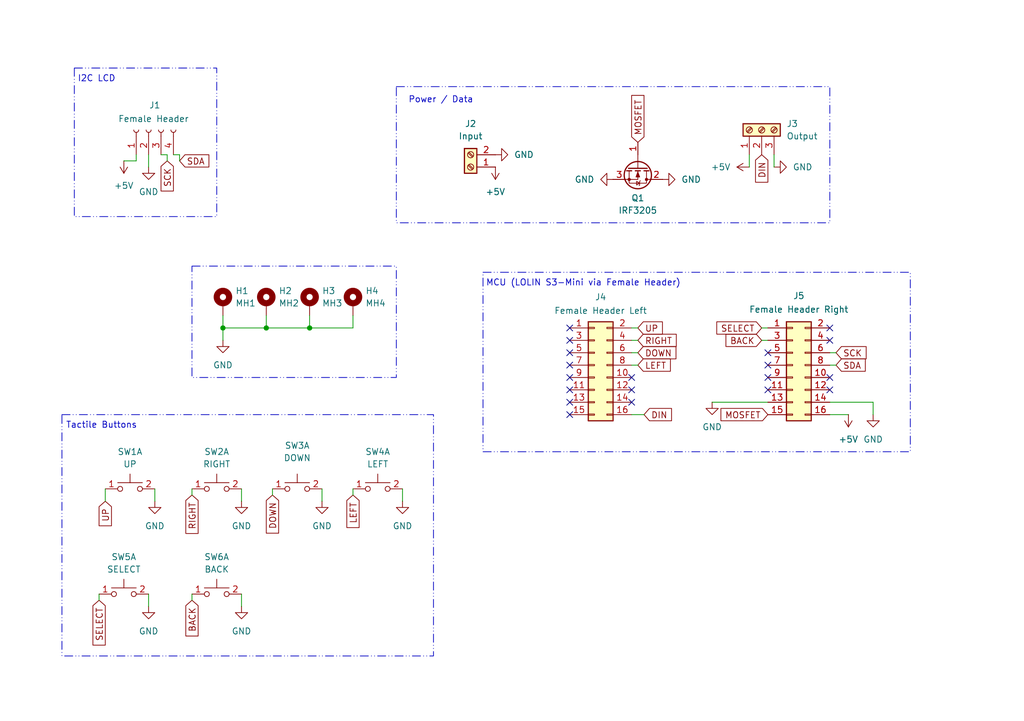
<source format=kicad_sch>
(kicad_sch (version 20231120) (generator "eeschema") (generator_version "8.0")
  (paper "A5")
  (title_block (title "System Control") (date "xx.xx.2024") (rev "MK1.1") (company "Peter Siegmund (mars3142)") (comment 1 "System Control Board for model railway"))
  (lib_symbols
    (symbol "Conn_02x08_Counter_Clockwise_1" (pin_names (offset 1.016) hide)
      (property "Reference" "J4" (at 1.27 13.97 0))
      (property "Value" "Female Header Left" (at 1.27 11.43 0))
      (symbol "Conn_02x08_Counter_Clockwise_1_1_1"
        (rectangle (start -2.54 -10.033) (end -1.27 -10.287) (stroke (width 0.1524)))
        (rectangle (start -2.54 -7.493) (end -1.27 -7.747) (stroke (width 0.1524)))
        (rectangle (start -2.54 -4.953) (end -1.27 -5.207) (stroke (width 0.1524)))
        (rectangle (start -2.54 -2.413) (end -1.27 -2.667) (stroke (width 0.1524)))
        (rectangle (start -2.54 0.127) (end -1.27 -0.127) (stroke (width 0.1524)))
        (rectangle (start -2.54 2.667) (end -1.27 2.413) (stroke (width 0.1524)))
        (rectangle (start -2.54 5.207) (end -1.27 4.953) (stroke (width 0.1524)))
        (rectangle (start -2.54 7.747) (end -1.27 7.493) (stroke (width 0.1524)))
        (rectangle (start -2.54 8.89) (end 2.54 -11.43) (stroke (width 0.254)) (fill (type background)))
        (rectangle (start 2.54 -10.033) (end 1.27 -10.287) (stroke (width 0.1524)))
        (rectangle (start 2.54 -7.493) (end 1.27 -7.747) (stroke (width 0.1524)))
        (rectangle (start 2.54 -4.953) (end 1.27 -5.207) (stroke (width 0.1524)))
        (rectangle (start 2.54 -2.413) (end 1.27 -2.667) (stroke (width 0.1524)))
        (rectangle (start 2.54 0.127) (end 1.27 -0.127) (stroke (width 0.1524)))
        (rectangle (start 2.54 2.667) (end 1.27 2.413) (stroke (width 0.1524)))
        (rectangle (start 2.54 5.207) (end 1.27 4.953) (stroke (width 0.1524)))
        (rectangle (start 2.54 7.747) (end 1.27 7.493) (stroke (width 0.1524)))
        (pin passive line (at -6.35 7.62 0) (length 3.81) (name "EN") (number "1"))
        (pin passive line (at 6.35 -2.54 180) (length 3.81) (name "GPIO7") (number "10"))
        (pin passive line (at -6.35 -5.08 0) (length 3.81) (name "GPIO11") (number "11"))
        (pin passive line (at 6.35 -5.08 180) (length 3.81) (name "GPIO8") (number "12"))
        (pin passive line (at -6.35 -7.62 0) (length 3.81) (name "GPIO10") (number "13"))
        (pin passive line (at 6.35 -7.62 180) (length 3.81) (name "GPIO9") (number "14"))
        (pin passive line (at -6.35 -10.16 0) (length 3.81) (name "3V3") (number "15"))
        (pin passive line (at 6.35 -10.16 180) (length 3.81) (name "GPIO14") (number "16"))
        (pin passive line (at 6.35 7.62 180) (length 3.81) (name "GPIO1") (number "2"))
        (pin passive line (at -6.35 5.08 0) (length 3.81) (name "GPIO2") (number "3"))
        (pin passive line (at 6.35 5.08 180) (length 3.81) (name "GPIO4") (number "4"))
        (pin passive line (at -6.35 2.54 0) (length 3.81) (name "GPIO4") (number "5"))
        (pin passive line (at 6.35 2.54 180) (length 3.81) (name "GPIO5") (number "6"))
        (pin passive line (at -6.35 0 0) (length 3.81) (name "GPIO12") (number "7"))
        (pin passive line (at 6.35 0 180) (length 3.81) (name "GPIO6") (number "8"))
        (pin passive line (at -6.35 -2.54 0) (length 3.81) (name "GPIO13") (number "9"))
      )
    )
    (symbol "Connector:Conn_01x04_Socket" (pin_names (offset 1.016) hide)
      (property "Reference" "J" (at 0 5.08 0))
      (property "Value" "Conn_01x04_Socket" (at 0 -7.62 0))
      (symbol "Conn_01x04_Socket_1_1"
        (arc (start 0 -4.572) (mid -0.5058 -5.08) (end 0 -5.588) (stroke (width 0.1524)))
        (arc (start 0 -2.032) (mid -0.5058 -2.54) (end 0 -3.048) (stroke (width 0.1524)))
        (polyline (pts (xy -1.27 -5.08) (xy -0.508 -5.08)) (stroke (width 0.1524)))
        (polyline (pts (xy -1.27 -2.54) (xy -0.508 -2.54)) (stroke (width 0.1524)))
        (polyline (pts (xy -1.27 0) (xy -0.508 0)) (stroke (width 0.1524)))
        (polyline (pts (xy -1.27 2.54) (xy -0.508 2.54)) (stroke (width 0.1524)))
        (arc (start 0 0.508) (mid -0.5058 0) (end 0 -0.508) (stroke (width 0.1524)))
        (arc (start 0 3.048) (mid -0.5058 2.54) (end 0 2.032) (stroke (width 0.1524)))
        (pin passive line (at -5.08 2.54 0) (length 3.81) (name "Pin_1") (number "1"))
        (pin passive line (at -5.08 0 0) (length 3.81) (name "Pin_2") (number "2"))
        (pin passive line (at -5.08 -2.54 0) (length 3.81) (name "Pin_3") (number "3"))
        (pin passive line (at -5.08 -5.08 0) (length 3.81) (name "Pin_4") (number "4"))
      )
    )
    (symbol "Connector:Screw_Terminal_01x02" (pin_names (offset 1.016) hide)
      (property "Reference" "J" (at 0 2.54 0))
      (property "Value" "Screw_Terminal_01x02" (at 0 -5.08 0))
      (symbol "Screw_Terminal_01x02_1_1"
        (rectangle (start -1.27 1.27) (end 1.27 -3.81) (stroke (width 0.254)) (fill (type background)))
        (circle (center 0 -2.54) (radius 0.635) (stroke (width 0.1524)))
        (polyline (pts (xy -0.5334 -2.2098) (xy 0.3302 -3.048)) (stroke (width 0.1524)))
        (polyline (pts (xy -0.5334 0.3302) (xy 0.3302 -0.508)) (stroke (width 0.1524)))
        (polyline (pts (xy -0.3556 -2.032) (xy 0.508 -2.8702)) (stroke (width 0.1524)))
        (polyline (pts (xy -0.3556 0.508) (xy 0.508 -0.3302)) (stroke (width 0.1524)))
        (circle (center 0 0) (radius 0.635) (stroke (width 0.1524)))
        (pin passive line (at -5.08 0 0) (length 3.81) (name "Pin_1") (number "1"))
        (pin passive line (at -5.08 -2.54 0) (length 3.81) (name "Pin_2") (number "2"))
      )
    )
    (symbol "Connector:Screw_Terminal_01x03" (pin_names (offset 1.016) hide)
      (property "Reference" "J" (at 0 5.08 0))
      (property "Value" "Screw_Terminal_01x03" (at 0 -5.08 0))
      (symbol "Screw_Terminal_01x03_1_1"
        (rectangle (start -1.27 3.81) (end 1.27 -3.81) (stroke (width 0.254)) (fill (type background)))
        (circle (center 0 -2.54) (radius 0.635) (stroke (width 0.1524)))
        (polyline (pts (xy -0.5334 -2.2098) (xy 0.3302 -3.048)) (stroke (width 0.1524)))
        (polyline (pts (xy -0.5334 0.3302) (xy 0.3302 -0.508)) (stroke (width 0.1524)))
        (polyline (pts (xy -0.5334 2.8702) (xy 0.3302 2.032)) (stroke (width 0.1524)))
        (polyline (pts (xy -0.3556 -2.032) (xy 0.508 -2.8702)) (stroke (width 0.1524)))
        (polyline (pts (xy -0.3556 0.508) (xy 0.508 -0.3302)) (stroke (width 0.1524)))
        (polyline (pts (xy -0.3556 3.048) (xy 0.508 2.2098)) (stroke (width 0.1524)))
        (circle (center 0 0) (radius 0.635) (stroke (width 0.1524)))
        (circle (center 0 2.54) (radius 0.635) (stroke (width 0.1524)))
        (pin passive line (at -5.08 2.54 0) (length 3.81) (name "Pin_1") (number "1"))
        (pin passive line (at -5.08 0 0) (length 3.81) (name "Pin_2") (number "2"))
        (pin passive line (at -5.08 -2.54 0) (length 3.81) (name "Pin_3") (number "3"))
      )
    )
    (symbol "Connector_Generic:Conn_02x08_Counter_Clockwise" (pin_names (offset 1.016) hide)
      (property "Reference" "J5" (at 1.27 13.97 0))
      (property "Value" "Female Header Right" (at 1.27 11.43 0))
      (symbol "Conn_02x08_Counter_Clockwise_1_1"
        (rectangle (start -2.54 -10.033) (end -1.27 -10.287) (stroke (width 0.1524)))
        (rectangle (start -2.54 -7.493) (end -1.27 -7.747) (stroke (width 0.1524)))
        (rectangle (start -2.54 -4.953) (end -1.27 -5.207) (stroke (width 0.1524)))
        (rectangle (start -2.54 -2.413) (end -1.27 -2.667) (stroke (width 0.1524)))
        (rectangle (start -2.54 0.127) (end -1.27 -0.127) (stroke (width 0.1524)))
        (rectangle (start -2.54 2.667) (end -1.27 2.413) (stroke (width 0.1524)))
        (rectangle (start -2.54 5.207) (end -1.27 4.953) (stroke (width 0.1524)))
        (rectangle (start -2.54 7.747) (end -1.27 7.493) (stroke (width 0.1524)))
        (rectangle (start -2.54 8.89) (end 2.54 -11.43) (stroke (width 0.254)) (fill (type background)))
        (rectangle (start 2.54 -10.033) (end 1.27 -10.287) (stroke (width 0.1524)))
        (rectangle (start 2.54 -7.493) (end 1.27 -7.747) (stroke (width 0.1524)))
        (rectangle (start 2.54 -4.953) (end 1.27 -5.207) (stroke (width 0.1524)))
        (rectangle (start 2.54 -2.413) (end 1.27 -2.667) (stroke (width 0.1524)))
        (rectangle (start 2.54 0.127) (end 1.27 -0.127) (stroke (width 0.1524)))
        (rectangle (start 2.54 2.667) (end 1.27 2.413) (stroke (width 0.1524)))
        (rectangle (start 2.54 5.207) (end 1.27 4.953) (stroke (width 0.1524)))
        (rectangle (start 2.54 7.747) (end 1.27 7.493) (stroke (width 0.1524)))
        (pin passive line (at -6.35 7.62 0) (length 3.81) (name "GPIO33") (number "1"))
        (pin passive line (at 6.35 -2.54 180) (length 3.81) (name "GPIO18") (number "10"))
        (pin passive line (at -6.35 -5.08 0) (length 3.81) (name "GPIO17") (number "11"))
        (pin passive line (at 6.35 -5.08 180) (length 3.81) (name "GPIO16") (number "12"))
        (pin passive line (at -6.35 -7.62 0) (length 3.81) (name "GND") (number "13"))
        (pin passive line (at 6.35 -7.62 180) (length 3.81) (name "GND") (number "14"))
        (pin passive line (at -6.35 -10.16 0) (length 3.81) (name "GPIO15") (number "15"))
        (pin passive line (at 6.35 -10.16 180) (length 3.81) (name "VBUS") (number "16"))
        (pin passive line (at 6.35 7.62 180) (length 3.81) (name "GPIO43") (number "2"))
        (pin passive line (at -6.35 5.08 0) (length 3.81) (name "GPIO37") (number "3"))
        (pin passive line (at 6.35 5.08 180) (length 3.81) (name "GPIO44") (number "4"))
        (pin passive line (at -6.35 2.54 0) (length 3.81) (name "GPIO38") (number "5"))
        (pin passive line (at 6.35 2.54 180) (length 3.81) (name "GPIO36") (number "6"))
        (pin passive line (at -6.35 0 0) (length 3.81) (name "GPIO34") (number "7"))
        (pin passive line (at 6.35 0 180) (length 3.81) (name "GPIO35") (number "8"))
        (pin passive line (at -6.35 -2.54 0) (length 3.81) (name "GPIO21") (number "9"))
      )
    )
    (symbol "Mechanical:MountingHole_Pad" (pin_numbers hide) (pin_names (offset 1.016) hide) (exclude_from_sim yes) (in_bom no)
      (property "Reference" "H" (at 0 6.35 0))
      (property "Value" "MountingHole_Pad" (at 0 4.445 0))
      (symbol "MountingHole_Pad_0_1"
        (circle (center 0 1.27) (radius 1.27) (stroke (width 1.27)))
      )
      (symbol "MountingHole_Pad_1_1"
        (pin input line (at 0 -2.54 90) (length 2.54) (name "1") (number "1"))
      )
    )
    (symbol "Switch:SW_Push_Dual_x2" (pin_names (offset 1.016) hide)
      (property "Reference" "SW" (at 1.27 2.54 0))
      (property "Value" "SW_Push_Dual_x2" (at 0 -1.524 0))
      (symbol "SW_Push_Dual_x2_0_1"
        (circle (center -2.032 0) (radius 0.508))
        (polyline (pts (xy 0 1.27) (xy 0 3.048)))
        (polyline (pts (xy 2.54 1.27) (xy -2.54 1.27)))
        (circle (center 2.032 0) (radius 0.508))
      )
      (symbol "SW_Push_Dual_x2_1_1"
        (pin passive line (at -5.08 0 0) (length 2.54) (name "C") (number "1"))
        (pin passive line (at 5.08 0 180) (length 2.54) (name "D") (number "2"))
      )
      (symbol "SW_Push_Dual_x2_2_1"
        (pin passive line (at -5.08 0 0) (length 2.54) (name "C") (number "3"))
        (pin passive line (at 5.08 0 180) (length 2.54) (name "D") (number "4"))
      )
    )
    (symbol "Transistor_FET:IRF3205" (pin_names hide)
      (property "Reference" "Q" (at 5.08 1.905 0))
      (property "Value" "IRF3205" (at 5.08 0 0))
      (symbol "IRF3205_0_1"
        (polyline (pts (xy 0.254 0) (xy -2.54 0)))
        (polyline (pts (xy 0.254 1.905) (xy 0.254 -1.905)) (stroke (width 0.254)))
        (polyline (pts (xy 0.762 -1.27) (xy 0.762 -2.286)) (stroke (width 0.254)))
        (polyline (pts (xy 0.762 0.508) (xy 0.762 -0.508)) (stroke (width 0.254)))
        (polyline (pts (xy 0.762 2.286) (xy 0.762 1.27)) (stroke (width 0.254)))
        (polyline (pts (xy 2.54 2.54) (xy 2.54 1.778)))
        (polyline (pts (xy 2.54 -2.54) (xy 2.54 0) (xy 0.762 0)))
        (polyline (pts (xy 0.762 -1.778) (xy 3.302 -1.778) (xy 3.302 1.778) (xy 0.762 1.778)))
        (polyline (pts (xy 1.016 0) (xy 2.032 0.381) (xy 2.032 -0.381) (xy 1.016 0)) (fill (type outline)))
        (polyline (pts (xy 2.794 0.508) (xy 2.921 0.381) (xy 3.683 0.381) (xy 3.81 0.254)))
        (polyline (pts (xy 3.302 0.381) (xy 2.921 -0.254) (xy 3.683 -0.254) (xy 3.302 0.381)))
        (circle (center 1.651 0) (radius 2.794) (stroke (width 0.254)))
        (circle (center 2.54 -1.778) (radius 0.254) (fill (type outline)))
        (circle (center 2.54 1.778) (radius 0.254) (fill (type outline)))
      )
      (symbol "IRF3205_1_1"
        (pin input line (at -5.08 0 0) (length 2.54) (name "G") (number "1"))
        (pin passive line (at 2.54 5.08 270) (length 2.54) (name "D") (number "2"))
        (pin passive line (at 2.54 -5.08 90) (length 2.54) (name "S") (number "3"))
      )
    )
    (symbol "power:+5V" (power) (pin_numbers hide) (pin_names (offset 0) hide)
      (property "Value" "+5V" (at 0 3.556 0))
      (symbol "+5V_0_1"
        (polyline (pts (xy -0.762 1.27) (xy 0 2.54)))
        (polyline (pts (xy 0 0) (xy 0 2.54)))
        (polyline (pts (xy 0 2.54) (xy 0.762 1.27)))
      )
      (symbol "+5V_1_1"
        (pin power_in line (at 0 0 90) (length 0) (name "~") (number "1"))
      )
    )
    (symbol "power:GND" (power) (pin_numbers hide) (pin_names (offset 0) hide)
      (property "Value" "GND" (at 0 -3.81 0))
      (symbol "GND_0_1"
        (polyline (pts (xy 0 0) (xy 0 -1.27) (xy 1.27 -1.27) (xy 0 -2.54) (xy -1.27 -1.27) (xy 0 -1.27)))
      )
      (symbol "GND_1_1"
        (pin power_in line (at 0 0 270) (length 0) (name "~") (number "1"))
      )
    )
  )
  (junction (at 45.72 67.31))
  (junction (at 63.5 67.31))
  (junction (at 54.61 67.31))
  (no_connect (at 116.84 80.01))
  (no_connect (at 116.84 85.09))
  (no_connect (at 157.48 80.01))
  (no_connect (at 170.18 67.31))
  (no_connect (at 170.18 80.01))
  (no_connect (at 116.84 82.55))
  (no_connect (at 157.48 74.93))
  (no_connect (at 157.48 72.39))
  (no_connect (at 116.84 72.39))
  (no_connect (at 116.84 77.47))
  (no_connect (at 116.84 69.85))
  (no_connect (at 170.18 69.85))
  (no_connect (at 116.84 67.31))
  (no_connect (at 129.54 82.55))
  (no_connect (at 129.54 80.01))
  (no_connect (at 116.84 74.93))
  (no_connect (at 157.48 77.47))
  (no_connect (at 170.18 77.47))
  (no_connect (at 129.54 77.47))
  (wire (pts (xy 171.45 72.39) (xy 170.18 72.39)))
  (wire (pts (xy 54.61 67.31) (xy 63.5 67.31)))
  (wire (pts (xy 25.4 33.02) (xy 27.94 33.02)))
  (wire (pts (xy 33.02 31.75) (xy 34.29 31.75)))
  (wire (pts (xy 171.45 74.93) (xy 170.18 74.93)))
  (wire (pts (xy 156.21 67.31) (xy 157.48 67.31)))
  (wire (pts (xy 130.81 72.39) (xy 129.54 72.39)))
  (wire (pts (xy 36.83 31.75) (xy 36.83 33.02)))
  (wire (pts (xy 130.81 67.31) (xy 129.54 67.31)))
  (wire (pts (xy 153.67 31.75) (xy 153.67 34.29)))
  (wire (pts (xy 30.48 124.46) (xy 30.48 121.92)))
  (wire (pts (xy 54.61 64.77) (xy 54.61 67.31)))
  (wire (pts (xy 20.32 123.19) (xy 20.32 121.92)))
  (wire (pts (xy 21.59 102.87) (xy 21.59 100.33)))
  (wire (pts (xy 130.81 69.85) (xy 129.54 69.85)))
  (wire (pts (xy 63.5 64.77) (xy 63.5 67.31)))
  (wire (pts (xy 146.05 82.55) (xy 157.48 82.55)))
  (wire (pts (xy 72.39 101.6) (xy 72.39 100.33)))
  (wire (pts (xy 45.72 67.31) (xy 54.61 67.31)))
  (wire (pts (xy 55.88 101.6) (xy 55.88 100.33)))
  (wire (pts (xy 129.54 74.93) (xy 130.81 74.93)))
  (wire (pts (xy 39.37 123.19) (xy 39.37 121.92)))
  (wire (pts (xy 179.07 85.09) (xy 179.07 82.55)))
  (wire (pts (xy 72.39 64.77) (xy 72.39 67.31)))
  (wire (pts (xy 179.07 82.55) (xy 170.18 82.55)))
  (wire (pts (xy 158.75 31.75) (xy 158.75 34.29)))
  (wire (pts (xy 27.94 31.75) (xy 27.94 33.02)))
  (wire (pts (xy 132.08 85.09) (xy 129.54 85.09)))
  (wire (pts (xy 173.99 85.09) (xy 170.18 85.09)))
  (wire (pts (xy 49.53 124.46) (xy 49.53 121.92)))
  (wire (pts (xy 45.72 64.77) (xy 45.72 67.31)))
  (wire (pts (xy 156.21 69.85) (xy 157.48 69.85)))
  (wire (pts (xy 31.75 102.87) (xy 31.75 100.33)))
  (wire (pts (xy 45.72 67.31) (xy 45.72 69.85)))
  (wire (pts (xy 34.29 31.75) (xy 34.29 33.02)))
  (wire (pts (xy 66.04 102.87) (xy 66.04 100.33)))
  (wire (pts (xy 35.56 31.75) (xy 36.83 31.75)))
  (wire (pts (xy 63.5 67.31) (xy 72.39 67.31)))
  (wire (pts (xy 39.37 101.6) (xy 39.37 100.33)))
  (wire (pts (xy 82.55 102.87) (xy 82.55 100.33)))
  (wire (pts (xy 49.53 102.87) (xy 49.53 100.33)))
  (wire (pts (xy 30.48 31.75) (xy 30.48 34.29)))
  (rectangle (start 12.7 85.09) (end 88.9 134.62) (stroke (width 0) (type dash_dot_dot)))
  (rectangle (start 81.28 17.78) (end 170.18 45.72) (stroke (width 0) (type dash_dot_dot)))
  (rectangle (start 99.06 55.88) (end 186.69 92.71) (stroke (width 0) (type dash_dot_dot)))
  (rectangle (start 15.24 13.97) (end 44.45 44.45) (stroke (width 0) (type dash_dot_dot)))
  (rectangle (start 39.37 54.61) (end 81.28 77.47) (stroke (width 0) (type dash_dot_dot)))
  (text "MCU (LOLIN S3-Mini via Female Header)" (at 119.634 58.166 0) (effects (font (size 1.27 1.27))))
  (text "Power / Data" (at 90.424 20.574 0) (effects (font (size 1.27 1.27))))
  (text "Tactile Buttons" (at 20.828 87.376 0) (effects (font (size 1.27 1.27))))
  (text "I2C LCD" (at 19.812 16.256 0) (effects (font (size 1.27 1.27))))
  (global_label "UP" (shape input) (at 130.81 67.31 0) (property "Intersheetrefs" "${INTERSHEET_REFS}" (effects (hide yes))))
  (global_label "SDA" (shape input) (at 36.83 33.02 0) (property "Intersheetrefs" "${INTERSHEET_REFS}" (effects (hide yes))))
  (global_label "SCK" (shape input) (at 34.29 33.02 270) (property "Intersheetrefs" "${INTERSHEET_REFS}" (effects (hide yes))))
  (global_label "LEFT" (shape input) (at 72.39 101.6 270) (property "Intersheetrefs" "${INTERSHEET_REFS}" (effects (hide yes))))
  (global_label "DIN" (shape input) (at 156.21 31.75 270) (property "Intersheetrefs" "${INTERSHEET_REFS}" (effects (hide yes))))
  (global_label "MOSFET" (shape input) (at 130.81 29.21 90) (property "Intersheetrefs" "${INTERSHEET_REFS}" (effects (hide yes))))
  (global_label "SELECT" (shape input) (at 156.21 67.31 180) (property "Intersheetrefs" "${INTERSHEET_REFS}" (effects (hide yes))))
  (global_label "UP" (shape input) (at 21.59 102.87 270) (property "Intersheetrefs" "${INTERSHEET_REFS}" (effects (hide yes))))
  (global_label "DIN" (shape input) (at 132.08 85.09 0) (property "Intersheetrefs" "${INTERSHEET_REFS}" (effects (hide yes))))
  (global_label "BACK" (shape input) (at 39.37 123.19 270) (property "Intersheetrefs" "${INTERSHEET_REFS}" (effects (hide yes))))
  (global_label "DOWN" (shape input) (at 130.81 72.39 0) (property "Intersheetrefs" "${INTERSHEET_REFS}" (effects (hide yes))))
  (global_label "LEFT" (shape input) (at 130.81 74.93 0) (property "Intersheetrefs" "${INTERSHEET_REFS}" (effects (hide yes))))
  (global_label "SELECT" (shape input) (at 20.32 123.19 270) (property "Intersheetrefs" "${INTERSHEET_REFS}" (effects (hide yes))))
  (global_label "SCK" (shape input) (at 171.45 72.39 0) (property "Intersheetrefs" "${INTERSHEET_REFS}" (effects (hide yes))))
  (global_label "DOWN" (shape input) (at 55.88 101.6 270) (property "Intersheetrefs" "${INTERSHEET_REFS}" (effects (hide yes))))
  (global_label "RIGHT" (shape input) (at 39.37 101.6 270) (property "Intersheetrefs" "${INTERSHEET_REFS}" (effects (hide yes))))
  (global_label "SDA" (shape input) (at 171.45 74.93 0) (property "Intersheetrefs" "${INTERSHEET_REFS}" (effects (hide yes))))
  (global_label "MOSFET" (shape input) (at 157.48 85.09 180) (property "Intersheetrefs" "${INTERSHEET_REFS}" (effects (hide yes))))
  (global_label "BACK" (shape input) (at 156.21 69.85 180) (property "Intersheetrefs" "${INTERSHEET_REFS}" (effects (hide yes))))
  (global_label "RIGHT" (shape input) (at 130.81 69.85 0) (property "Intersheetrefs" "${INTERSHEET_REFS}" (effects (hide yes))))
  (symbol (lib_id "Switch:SW_Push_Dual_x2") (at 25.4 121.92 0) (unit 1)
    (property "Reference" "SW5" (at 25.4 114.3 0))
    (property "Value" "SELECT" (at 25.4 116.84 0))
    (property "Footprint" "Button_Switch_THT:SW_PUSH_6mm_H4.3mm" (effects (hide yes)))
    (property "Description" "Push button switch, generic, separate symbols, four pins" (effects (hide yes)))
    (property "LCSC" "C83205" (effects (hide yes)))
  )
  (symbol (lib_id "Mechanical:MountingHole_Pad") (at 72.39 62.23 0) (unit 1) (exclude_from_sim yes) (in_bom no)
    (property "Reference" "H4" (at 74.93 59.6899 0) (effects (justify left)))
    (property "Value" "MH4" (at 74.93 62.2299 0) (effects (justify left)))
    (property "Footprint" "MountingHole:MountingHole_2.2mm_M2_Pad_Via" (effects (hide yes)))
    (property "Description" "Mounting Hole with connection" (effects (hide yes)))
  )
  (symbol (lib_id "Mechanical:MountingHole_Pad") (at 54.61 62.23 0) (unit 1) (exclude_from_sim yes) (in_bom no)
    (property "Reference" "H2" (at 57.15 59.6899 0) (effects (justify left)))
    (property "Value" "MH2" (at 57.15 62.2299 0) (effects (justify left)))
    (property "Footprint" "MountingHole:MountingHole_2.2mm_M2_Pad_Via" (effects (hide yes)))
    (property "Description" "Mounting Hole with connection" (effects (hide yes)))
  )
  (symbol (lib_id "power:+5V") (at 25.4 33.02 180) (unit 1)
    (property "Reference" "#PWR014" (effects (hide yes)))
    (property "Value" "+5V" (at 25.4 38.1 0))
    (property "Description" "Power symbol creates a global label with name \"+5V\"" (effects (hide yes)))
  )
  (symbol (lib_id "Switch:SW_Push_Dual_x2") (at 60.96 100.33 0) (unit 1)
    (property "Reference" "SW3" (at 60.96 91.44 0))
    (property "Value" "DOWN" (at 60.96 93.98 0))
    (property "Footprint" "Button_Switch_THT:SW_PUSH_6mm_H4.3mm" (effects (hide yes)))
    (property "Description" "Push button switch, generic, separate symbols, four pins" (effects (hide yes)))
    (property "LCSC" "C83205" (effects (hide yes)))
  )
  (symbol (lib_id "power:GND") (at 66.04 102.87 0) (unit 1)
    (property "Reference" "#PWR010" (effects (hide yes)))
    (property "Value" "GND" (at 66.04 107.95 0))
    (property "Description" "Power symbol creates a global label with name \"GND\" , ground" (effects (hide yes)))
  )
  (symbol (lib_id "power:GND") (at 125.73 36.83 270) (unit 1)
    (property "Reference" "#PWR017" (effects (hide yes)))
    (property "Value" "GND" (at 121.92 36.8299 90) (effects (justify right)))
    (property "Description" "Power symbol creates a global label with name \"GND\" , ground" (effects (hide yes)))
  )
  (symbol (lib_id "Switch:SW_Push_Dual_x2") (at 26.67 100.33 0) (unit 1)
    (property "Reference" "SW1" (at 26.67 92.71 0))
    (property "Value" "UP" (at 26.67 95.25 0))
    (property "Footprint" "Button_Switch_THT:SW_PUSH_6mm_H4.3mm" (effects (hide yes)))
    (property "Description" "Push button switch, generic, separate symbols, four pins" (effects (hide yes)))
    (property "LCSC" "C83205" (effects (hide yes)))
  )
  (symbol (lib_id "Connector:Screw_Terminal_01x03") (at 156.21 26.67 90) (unit 1)
    (property "Reference" "J3" (at 161.29 25.3999 90) (effects (justify right)))
    (property "Value" "Output" (at 161.29 27.9399 90) (effects (justify right)))
    (property "Footprint" "TerminalBlock_Phoenix:TerminalBlock_Phoenix_MKDS-1,5-3_1x03_P5.00mm_Horizontal" (effects (hide yes)))
    (property "Description" "Generic screw terminal, single row, 01x03, script generated (kicad-library-utils/schlib/autogen/connector/)" (effects (hide yes)))
    (property "LCSC" "C5188435" (effects (hide yes)))
  )
  (symbol (lib_id "power:GND") (at 158.75 34.29 90) (unit 1)
    (property "Reference" "#PWR06" (effects (hide yes)))
    (property "Value" "GND" (at 162.56 34.29 90) (effects (justify right)))
    (property "Description" "Power symbol creates a global label with name \"GND\" , ground" (effects (hide yes)))
  )
  (symbol (lib_id "power:+5V") (at 101.6 34.29 180) (unit 1)
    (property "Reference" "#PWR015" (effects (hide yes)))
    (property "Value" "+5V" (at 101.6 39.37 0))
    (property "Description" "Power symbol creates a global label with name \"+5V\"" (effects (hide yes)))
  )
  (symbol (lib_id "power:GND") (at 45.72 69.85 0) (unit 1)
    (property "Reference" "#PWR07" (effects (hide yes)))
    (property "Value" "GND" (at 45.72 74.93 0))
    (property "Description" "Power symbol creates a global label with name \"GND\" , ground" (effects (hide yes)))
  )
  (symbol (lib_id "power:GND") (at 31.75 102.87 0) (unit 1)
    (property "Reference" "#PWR08" (effects (hide yes)))
    (property "Value" "GND" (at 31.75 107.95 0))
    (property "Description" "Power symbol creates a global label with name \"GND\" , ground" (effects (hide yes)))
  )
  (symbol (lib_id "power:GND") (at 179.07 85.09 0) (unit 1)
    (property "Reference" "#PWR01" (effects (hide yes)))
    (property "Value" "GND" (at 179.07 90.17 0))
    (property "Description" "Power symbol creates a global label with name \"GND\" , ground" (effects (hide yes)))
  )
  (symbol (lib_id "power:GND") (at 30.48 34.29 0) (unit 1)
    (property "Reference" "#PWR02" (effects (hide yes)))
    (property "Value" "GND" (at 30.48 39.37 0))
    (property "Description" "Power symbol creates a global label with name \"GND\" , ground" (effects (hide yes)))
  )
  (symbol (lib_id "Switch:SW_Push_Dual_x2") (at 44.45 100.33 0) (unit 1)
    (property "Reference" "SW2" (at 44.45 92.71 0))
    (property "Value" "RIGHT" (at 44.45 95.25 0))
    (property "Footprint" "Button_Switch_THT:SW_PUSH_6mm_H4.3mm" (effects (hide yes)))
    (property "Description" "Push button switch, generic, separate symbols, four pins" (effects (hide yes)))
    (property "LCSC" "C83205" (effects (hide yes)))
  )
  (symbol (lib_name "Conn_02x08_Counter_Clockwise_1") (lib_id "Connector_Generic:Conn_02x08_Counter_Clockwise") (at 123.19 74.93 0) (unit 1)
    (property "Reference" "J4" (at 123.19 60.96 0))
    (property "Value" "Female Header Left" (at 123.19 63.754 0))
    (property "Footprint" "Connector_PinSocket_2.54mm:PinSocket_2x08_P2.54mm_Vertical" (effects (hide yes)))
    (property "Description" "Generic connector, double row, 02x08, counter clockwise pin numbering scheme (similar to DIP package numbering), script generated (kicad-library-utils/schlib/autogen/connector/)" (effects (hide yes)))
    (property "LCSC" "C18722935" (effects (hide yes)))
  )
  (symbol (lib_id "power:+5V") (at 173.99 85.09 180) (unit 1)
    (property "Reference" "#PWR05" (effects (hide yes)))
    (property "Value" "+5V" (at 173.99 90.17 0))
    (property "Description" "Power symbol creates a global label with name \"+5V\"" (effects (hide yes)))
  )
  (symbol (lib_id "power:GND") (at 30.48 124.46 0) (unit 1)
    (property "Reference" "#PWR012" (effects (hide yes)))
    (property "Value" "GND" (at 30.48 129.54 0))
    (property "Description" "Power symbol creates a global label with name \"GND\" , ground" (effects (hide yes)))
  )
  (symbol (lib_id "power:GND") (at 101.6 31.75 90) (unit 1)
    (property "Reference" "#PWR04" (effects (hide yes)))
    (property "Value" "GND" (at 105.41 31.7499 90) (effects (justify right)))
    (property "Description" "Power symbol creates a global label with name \"GND\" , ground" (effects (hide yes)))
  )
  (symbol (lib_id "Mechanical:MountingHole_Pad") (at 63.5 62.23 0) (unit 1) (exclude_from_sim yes) (in_bom no)
    (property "Reference" "H3" (at 66.04 59.6899 0) (effects (justify left)))
    (property "Value" "MH3" (at 66.04 62.2299 0) (effects (justify left)))
    (property "Footprint" "MountingHole:MountingHole_2.2mm_M2_Pad_Via" (effects (hide yes)))
    (property "Description" "Mounting Hole with connection" (effects (hide yes)))
  )
  (symbol (lib_id "power:GND") (at 135.89 36.83 90) (unit 1)
    (property "Reference" "#PWR018" (effects (hide yes)))
    (property "Value" "GND" (at 139.7 36.8299 90) (effects (justify right)))
    (property "Description" "Power symbol creates a global label with name \"GND\" , ground" (effects (hide yes)))
  )
  (symbol (lib_id "power:GND") (at 82.55 102.87 0) (unit 1)
    (property "Reference" "#PWR011" (effects (hide yes)))
    (property "Value" "GND" (at 82.55 107.95 0))
    (property "Description" "Power symbol creates a global label with name \"GND\" , ground" (effects (hide yes)))
  )
  (symbol (lib_id "Connector:Screw_Terminal_01x02") (at 96.52 34.29 180) (unit 1)
    (property "Reference" "J2" (at 96.52 25.4 0))
    (property "Value" "Input" (at 96.52 27.94 0))
    (property "Footprint" "TerminalBlock_Phoenix:TerminalBlock_Phoenix_MKDS-1,5-2_1x02_P5.00mm_Horizontal" (effects (hide yes)))
    (property "Description" "Generic screw terminal, single row, 01x02, script generated (kicad-library-utils/schlib/autogen/connector/)" (effects (hide yes)))
    (property "LCSC" "C5188434" (effects (hide yes)))
  )
  (symbol (lib_id "Mechanical:MountingHole_Pad") (at 45.72 62.23 0) (unit 1) (exclude_from_sim yes) (in_bom no)
    (property "Reference" "H1" (at 48.26 59.6899 0) (effects (justify left)))
    (property "Value" "MH1" (at 48.26 62.2299 0) (effects (justify left)))
    (property "Footprint" "MountingHole:MountingHole_2.2mm_M2_Pad_Via" (effects (hide yes)))
    (property "Description" "Mounting Hole with connection" (effects (hide yes)))
  )
  (symbol (lib_id "power:+5V") (at 153.67 34.29 90) (unit 1)
    (property "Reference" "#PWR016" (effects (hide yes)))
    (property "Value" "+5V" (at 149.86 34.2899 90) (effects (justify left)))
    (property "Description" "Power symbol creates a global label with name \"+5V\"" (effects (hide yes)))
  )
  (symbol (lib_id "Connector_Generic:Conn_02x08_Counter_Clockwise") (at 163.83 74.93 0) (unit 1)
    (property "Reference" "J5" (at 163.83 60.706 0))
    (property "Value" "Female Header Right" (at 163.83 63.5 0))
    (property "Footprint" "Connector_PinSocket_2.54mm:PinSocket_2x08_P2.54mm_Vertical" (effects (hide yes)))
    (property "Description" "Generic connector, double row, 02x08, counter clockwise pin numbering scheme (similar to DIP package numbering), script generated (kicad-library-utils/schlib/autogen/connector/)" (effects (hide yes)))
    (property "LCSC" "C18722935" (effects (hide yes)))
  )
  (symbol (lib_id "power:GND") (at 146.05 82.55 0) (unit 1)
    (property "Reference" "#PWR03" (effects (hide yes)))
    (property "Value" "GND" (at 146.05 87.63 0))
    (property "Description" "Power symbol creates a global label with name \"GND\" , ground" (effects (hide yes)))
  )
  (symbol (lib_id "power:GND") (at 49.53 124.46 0) (unit 1)
    (property "Reference" "#PWR013" (effects (hide yes)))
    (property "Value" "GND" (at 49.53 129.54 0))
    (property "Description" "Power symbol creates a global label with name \"GND\" , ground" (effects (hide yes)))
  )
  (symbol (lib_id "Connector:Conn_01x04_Socket") (at 30.48 26.67 90) (unit 1)
    (property "Reference" "J1" (at 31.75 21.59 90))
    (property "Value" "Female Header" (at 31.496 24.384 90))
    (property "Footprint" "Connector_PinSocket_2.54mm:PinSocket_1x04_P2.54mm_Vertical" (effects (hide yes)))
    (property "Description" "Generic connector, single row, 01x04, script generated" (effects (hide yes)))
    (property "LCSC" "C5116530" (effects (hide yes)))
  )
  (symbol (lib_id "Transistor_FET:IRF3205") (at 130.81 34.29 270) (unit 1)
    (property "Reference" "Q1" (at 130.81 40.64 90))
    (property "Value" "IRF3205" (at 130.81 43.18 90))
    (property "Footprint" "Package_TO_SOT_THT:TO-220-3_Vertical" (effects (hide yes)))
    (property "Datasheet" "http://www.irf.com/product-info/datasheets/data/irf3205.pdf" (effects (hide yes)))
    (property "Description" "110A Id, 55V Vds, Single N-Channel HEXFET Power MOSFET, 8mOhm Ron, TO-220AB" (effects (hide yes)))
  )
  (symbol (lib_id "Switch:SW_Push_Dual_x2") (at 44.45 121.92 0) (unit 1)
    (property "Reference" "SW6" (at 44.45 114.3 0))
    (property "Value" "BACK" (at 44.45 116.84 0))
    (property "Footprint" "Button_Switch_THT:SW_PUSH_6mm_H4.3mm" (effects (hide yes)))
    (property "Description" "Push button switch, generic, separate symbols, four pins" (effects (hide yes)))
    (property "LCSC" "C83205" (effects (hide yes)))
  )
  (symbol (lib_id "power:GND") (at 49.53 102.87 0) (unit 1)
    (property "Reference" "#PWR09" (effects (hide yes)))
    (property "Value" "GND" (at 49.53 107.95 0))
    (property "Description" "Power symbol creates a global label with name \"GND\" , ground" (effects (hide yes)))
  )
  (symbol (lib_id "Switch:SW_Push_Dual_x2") (at 77.47 100.33 0) (unit 1)
    (property "Reference" "SW4" (at 77.47 92.71 0))
    (property "Value" "LEFT" (at 77.47 95.25 0))
    (property "Footprint" "Button_Switch_THT:SW_PUSH_6mm_H4.3mm" (effects (hide yes)))
    (property "Description" "Push button switch, generic, separate symbols, four pins" (effects (hide yes)))
    (property "LCSC" "C83205" (effects (hide yes)))
  )
)
</source>
